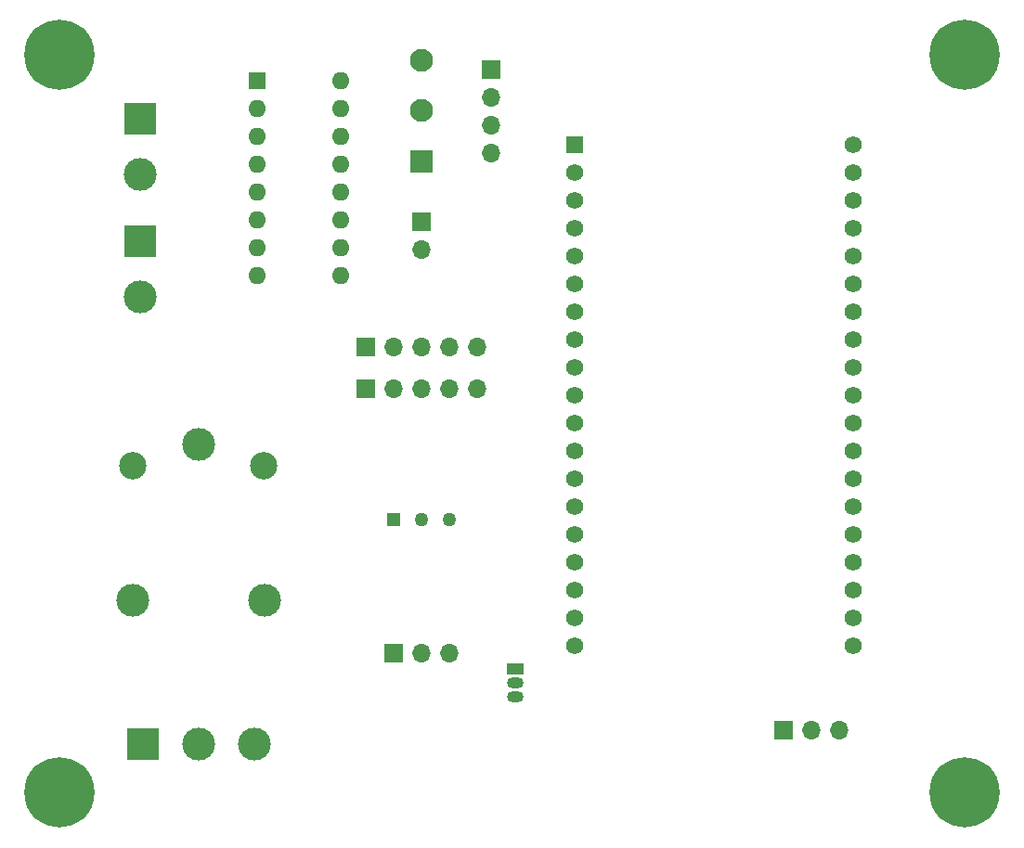
<source format=gbr>
%TF.GenerationSoftware,KiCad,Pcbnew,(6.0.4)*%
%TF.CreationDate,2023-04-26T13:38:40-05:00*%
%TF.ProjectId,Modulo de Practicas uPy,4d6f6475-6c6f-4206-9465-205072616374,rev?*%
%TF.SameCoordinates,Original*%
%TF.FileFunction,Soldermask,Bot*%
%TF.FilePolarity,Negative*%
%FSLAX46Y46*%
G04 Gerber Fmt 4.6, Leading zero omitted, Abs format (unit mm)*
G04 Created by KiCad (PCBNEW (6.0.4)) date 2023-04-26 13:38:40*
%MOMM*%
%LPD*%
G01*
G04 APERTURE LIST*
G04 Aperture macros list*
%AMRoundRect*
0 Rectangle with rounded corners*
0 $1 Rounding radius*
0 $2 $3 $4 $5 $6 $7 $8 $9 X,Y pos of 4 corners*
0 Add a 4 corners polygon primitive as box body*
4,1,4,$2,$3,$4,$5,$6,$7,$8,$9,$2,$3,0*
0 Add four circle primitives for the rounded corners*
1,1,$1+$1,$2,$3*
1,1,$1+$1,$4,$5*
1,1,$1+$1,$6,$7*
1,1,$1+$1,$8,$9*
0 Add four rect primitives between the rounded corners*
20,1,$1+$1,$2,$3,$4,$5,0*
20,1,$1+$1,$4,$5,$6,$7,0*
20,1,$1+$1,$6,$7,$8,$9,0*
20,1,$1+$1,$8,$9,$2,$3,0*%
G04 Aperture macros list end*
%ADD10R,1.700000X1.700000*%
%ADD11O,1.700000X1.700000*%
%ADD12C,6.400000*%
%ADD13R,3.000000X3.000000*%
%ADD14C,3.000000*%
%ADD15R,1.500000X1.050000*%
%ADD16O,1.500000X1.050000*%
%ADD17RoundRect,0.250001X0.799999X-0.799999X0.799999X0.799999X-0.799999X0.799999X-0.799999X-0.799999X0*%
%ADD18C,2.100000*%
%ADD19R,1.600000X1.600000*%
%ADD20O,1.600000X1.600000*%
%ADD21C,1.560000*%
%ADD22R,1.560000X1.560000*%
%ADD23C,2.500000*%
%ADD24R,1.268000X1.268000*%
%ADD25C,1.268000*%
G04 APERTURE END LIST*
D10*
%TO.C,J8*%
X124460000Y-58420000D03*
D11*
X124460000Y-60960000D03*
%TD*%
D12*
%TO.C,REF\u002A\u002A*%
X173983852Y-110490000D03*
X173983852Y-110490000D03*
%TD*%
D13*
%TO.C,J2*%
X98806000Y-49022000D03*
D14*
X98806000Y-54102000D03*
%TD*%
D15*
%TO.C,Q1*%
X132990000Y-99212400D03*
D16*
X132990000Y-100482400D03*
X132990000Y-101752400D03*
%TD*%
D10*
%TO.C,U2*%
X121935000Y-97790000D03*
D11*
X124475000Y-97790000D03*
X127015000Y-97790000D03*
%TD*%
D17*
%TO.C,M1*%
X124460000Y-52860000D03*
D18*
X124460000Y-48260000D03*
X124460000Y-43660000D03*
%TD*%
D19*
%TO.C,U3*%
X109484000Y-45481000D03*
D20*
X109484000Y-48021000D03*
X109484000Y-50561000D03*
X109484000Y-53101000D03*
X109484000Y-55641000D03*
X109484000Y-58181000D03*
X109484000Y-60721000D03*
X109484000Y-63261000D03*
X117104000Y-63261000D03*
X117104000Y-60721000D03*
X117104000Y-58181000D03*
X117104000Y-55641000D03*
X117104000Y-53101000D03*
X117104000Y-50561000D03*
X117104000Y-48021000D03*
X117104000Y-45481000D03*
%TD*%
D12*
%TO.C,REF\u002A\u002A*%
X91440000Y-110490000D03*
%TD*%
D21*
%TO.C,U1*%
X163830000Y-97080000D03*
X163830000Y-94540000D03*
X163830000Y-92000000D03*
X163830000Y-89460000D03*
X163830000Y-86920000D03*
X163830000Y-84380000D03*
X163830000Y-81840000D03*
X163830000Y-79300000D03*
X163830000Y-76760000D03*
X163830000Y-74220000D03*
X163830000Y-71680000D03*
X163830000Y-69140000D03*
X163830000Y-66600000D03*
X163830000Y-64060000D03*
X163830000Y-61520000D03*
X163830000Y-58980000D03*
X163830000Y-56440000D03*
X163830000Y-53900000D03*
X163830000Y-51360000D03*
X138430000Y-97080000D03*
X138430000Y-94540000D03*
X138430000Y-92000000D03*
X138430000Y-89460000D03*
X138430000Y-86920000D03*
X138430000Y-84380000D03*
X138430000Y-81840000D03*
X138430000Y-79300000D03*
X138430000Y-76760000D03*
X138430000Y-74220000D03*
X138430000Y-71680000D03*
X138430000Y-69140000D03*
X138430000Y-66600000D03*
X138430000Y-64060000D03*
X138430000Y-61520000D03*
X138430000Y-58980000D03*
X138430000Y-56440000D03*
X138430000Y-53900000D03*
D22*
X138430000Y-51360000D03*
%TD*%
D10*
%TO.C,J7*%
X130810000Y-44460000D03*
D11*
X130810000Y-47000000D03*
X130810000Y-49540000D03*
X130810000Y-52080000D03*
%TD*%
D13*
%TO.C,J3*%
X98806000Y-60198000D03*
D14*
X98806000Y-65278000D03*
%TD*%
%TO.C,K1*%
X104140000Y-78740000D03*
D23*
X98090000Y-80690000D03*
D14*
X98090000Y-92890000D03*
X110140000Y-92940000D03*
D23*
X110090000Y-80690000D03*
%TD*%
D24*
%TO.C,RV1*%
X121920000Y-85598000D03*
D25*
X124460000Y-85598000D03*
X127000000Y-85598000D03*
%TD*%
D10*
%TO.C,J5*%
X119380000Y-69825000D03*
D11*
X121920000Y-69825000D03*
X124460000Y-69825000D03*
X127000000Y-69825000D03*
X129540000Y-69825000D03*
%TD*%
D12*
%TO.C,REF\u002A\u002A*%
X173983852Y-43180000D03*
X173983852Y-43180000D03*
%TD*%
D13*
%TO.C,J1*%
X99060000Y-106045000D03*
D14*
X104140000Y-106045000D03*
X109220000Y-106045000D03*
%TD*%
D10*
%TO.C,J6*%
X157480000Y-104775000D03*
D11*
X160020000Y-104775000D03*
X162560000Y-104775000D03*
%TD*%
D10*
%TO.C,J4*%
X119380000Y-73660000D03*
D11*
X121920000Y-73660000D03*
X124460000Y-73660000D03*
X127000000Y-73660000D03*
X129540000Y-73660000D03*
%TD*%
D12*
%TO.C,REF\u002A\u002A*%
X91440000Y-43180000D03*
%TD*%
M02*

</source>
